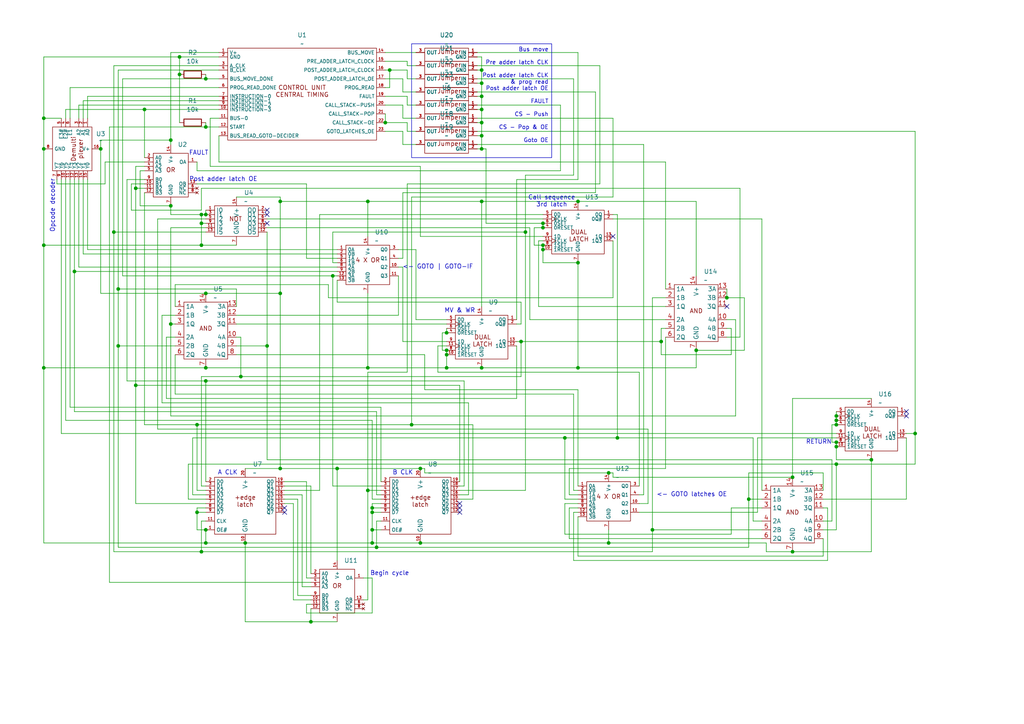
<source format=kicad_sch>
(kicad_sch (version 20231120) (generator "eeschema") (generator_version "8.0")
  (paper "A4")
  (title_block (title "Control unit central timing"))
  (lib_symbols
    (symbol "Device:R" (pin_numbers hide) (pin_names (offset 0))
      (property "Reference" "R" (at 2.032 0 90))
      (property "Value" "R" (at 0 0 90))
      (symbol "R_0_1"
        (rectangle (start -1.016 -2.54) (end 1.016 2.54) (stroke (width 0.254)))
      )
      (symbol "R_1_1"
        (pin passive line (at 0 3.81 270) (length 1.27) (name "~") (number "1"))
        (pin passive line (at 0 -3.81 90) (length 1.27) (name "~") (number "2"))
      )
    )
    (symbol "custom_symbol_lib:3_to_8_demultiplexer"
      (property "Reference" "U" (at 1.27 -1.016 0))
      (symbol "3_to_8_demultiplexer_1_1"
        (rectangle (start -6.35 6.35) (end 6.35 -5.08))
        (text "Demulti\nplexer" (at 0 2.032 0) (effects (font (size 1.27 1.27))))
        (pin input line (at -8.89 5.08 0) (length 2.54) (name "A0") (number "1"))
        (pin output line (at 8.89 -1.27 180) (length 2.54) (name "Y5") (number "10"))
        (pin output line (at 8.89 0 180) (length 2.54) (name "Y4") (number "11"))
        (pin output line (at 8.89 1.27 180) (length 2.54) (name "Y3") (number "12"))
        (pin output line (at 8.89 2.54 180) (length 2.54) (name "Y2") (number "13"))
        (pin output line (at 8.89 3.81 180) (length 2.54) (name "Y1") (number "14"))
        (pin output line (at 8.89 5.08 180) (length 2.54) (name "Y0") (number "15"))
        (pin power_in line (at 0 8.89 270) (length 2.54) (name "V+") (number "16"))
        (pin input line (at -8.89 3.81 0) (length 2.54) (name "A1") (number "2"))
        (pin input line (at -8.89 2.54 0) (length 2.54) (name "A2") (number "3"))
        (pin input line (at -8.89 -1.27 0) (length 2.54) (name "E2#") (number "4"))
        (pin input line (at -8.89 -2.54 0) (length 2.54) (name "E3#") (number "5"))
        (pin input line (at -8.89 0 0) (length 2.54) (name "E1") (number "6"))
        (pin output line (at 8.89 -3.81 180) (length 2.54) (name "Y7") (number "7"))
        (pin power_in line (at 0 -7.62 90) (length 2.54) (name "GND") (number "8"))
        (pin output line (at 8.89 -2.54 180) (length 2.54) (name "Y6") (number "9"))
      )
    )
    (symbol "custom_symbol_lib:6xNOT"
      (property "Reference" "U" (at -2.032 -1.016 0))
      (symbol "6xNOT_0_1"
        (rectangle (start -6.35 5.08) (end 6.35 -3.81))
      )
      (symbol "6xNOT_1_1"
        (text "NOT" (at -0.254 1.27 0) (effects (font (size 1.27 1.27))))
        (pin input line (at -8.89 3.81 0) (length 2.54) (name "I0") (number "1"))
        (pin output line (at 8.89 -1.27 180) (length 2.54) (name "O4") (number "10"))
        (pin input line (at -8.89 -1.27 0) (length 2.54) (name "I4") (number "11"))
        (pin output line (at 8.89 -2.54 180) (length 2.54) (name "O5") (number "12"))
        (pin input line (at -8.89 -2.54 0) (length 2.54) (name "I5") (number "13"))
        (pin power_in line (at 0 7.62 270) (length 2.54) (name "V+") (number "14"))
        (pin output line (at 8.89 3.81 180) (length 2.54) (name "O0") (number "2"))
        (pin input line (at -8.89 2.54 0) (length 2.54) (name "I1") (number "3"))
        (pin output line (at 8.89 2.54 180) (length 2.54) (name "O1") (number "4"))
        (pin input line (at -8.89 1.27 0) (length 2.54) (name "I2") (number "5"))
        (pin output line (at 8.89 1.27 180) (length 2.54) (name "O2") (number "6"))
        (pin power_in line (at 0 -6.35 90) (length 2.54) (name "GND") (number "7"))
        (pin output line (at 8.89 0 180) (length 2.54) (name "03") (number "8"))
        (pin input line (at -8.89 0 0) (length 2.54) (name "I3") (number "9"))
      )
    )
    (symbol "custom_symbol_lib:control_unit_central_timing_interface"
      (property "Reference" "U" (at 0 16.51 0))
      (symbol "control_unit_central_timing_interface_0_1"
        (rectangle (start -21.59 34.29) (end 21.59 7.62))
      )
      (symbol "control_unit_central_timing_interface_1_1"
        (text "CONTROL UNIT\nCENTRAL TIMING" (at 0 21.844 0) (effects (font (size 1.27 1.27))))
        (pin bidirectional line (at -24.13 33.02 0) (length 2.54) (name "V+") (number "1"))
        (pin bidirectional line (at -24.13 16.51 0) (length 2.54) (name "INSTRUCTION-3") (number "10"))
        (pin bidirectional line (at -24.13 13.97 0) (length 2.54) (name "BUS-0") (number "11"))
        (pin bidirectional line (at -24.13 11.43 0) (length 2.54) (name "START") (number "12"))
        (pin bidirectional line (at -24.13 8.89 0) (length 2.54) (name "BUS_READ_GOTO-DECIDER") (number "13"))
        (pin bidirectional line (at 24.13 33.02 180) (length 2.54) (name "BUS_MOVE") (number "14"))
        (pin bidirectional line (at 24.13 30.48 180) (length 2.54) (name "PRE_ADDER_LATCH_CLOCK") (number "15"))
        (pin bidirectional line (at 24.13 27.94 180) (length 2.54) (name "POST_ADDER_LATCH_CLOCK") (number "16"))
        (pin bidirectional line (at 24.13 25.4 180) (length 2.54) (name "POST_ADDER_LATCH_OE") (number "17"))
        (pin bidirectional line (at 24.13 22.86 180) (length 2.54) (name "PROG_READ") (number "18"))
        (pin bidirectional line (at 24.13 20.32 180) (length 2.54) (name "FAULT") (number "19"))
        (pin bidirectional line (at -24.13 31.75 0) (length 2.54) (name "GND") (number "2"))
        (pin bidirectional line (at 24.13 17.78 180) (length 2.54) (name "CALL_STACK-PUSH") (number "20"))
        (pin bidirectional line (at 24.13 15.24 180) (length 2.54) (name "CALL_STACK-POP") (number "21"))
        (pin bidirectional line (at 24.13 12.7 180) (length 2.54) (name "CALL_STACK-OE") (number "22"))
        (pin bidirectional line (at 24.13 10.16 180) (length 2.54) (name "GOTO_LATCHES_OE") (number "23"))
        (pin bidirectional line (at -24.13 29.21 0) (length 2.54) (name "A_CLK") (number "3"))
        (pin bidirectional line (at -24.13 27.94 0) (length 2.54) (name "B_CLK") (number "4"))
        (pin bidirectional line (at -24.13 25.4 0) (length 2.54) (name "BUS_MOVE_DONE") (number "5"))
        (pin bidirectional line (at -24.13 22.86 0) (length 2.54) (name "PROG_READ_DONE") (number "6"))
        (pin bidirectional line (at -24.13 20.32 0) (length 2.54) (name "INSTRUCTION-0") (number "7"))
        (pin bidirectional line (at -24.13 19.05 0) (length 2.54) (name "INSTRUCTION-1") (number "8"))
        (pin bidirectional line (at -24.13 17.78 0) (length 2.54) (name "INSTRUCTION-2") (number "9"))
      )
    )
    (symbol "custom_symbol_lib:dual_4_input_OR"
      (property "Reference" "U" (at -0.254 -0.762 0))
      (symbol "dual_4_input_OR_1_1"
        (rectangle (start -5.08 6.35) (end 5.08 -6.35))
        (text "OR" (at 0 1.524 0) (effects (font (size 1.27 1.27))))
        (pin output line (at 7.62 3.81 180) (length 2.54) (name "OA") (number "1"))
        (pin input line (at -7.62 -2.54 0) (length 2.54) (name "B1") (number "10"))
        (pin input line (at -7.62 -3.81 0) (length 2.54) (name "B2") (number "11"))
        (pin input line (at -7.62 -5.08 0) (length 2.54) (name "B3") (number "12"))
        (pin output line (at 7.62 -2.54 180) (length 2.54) (name "OB") (number "13"))
        (pin power_in line (at 0 8.89 270) (length 2.54) (name "V+") (number "14"))
        (pin input line (at -7.62 5.08 0) (length 2.54) (name "A0") (number "2"))
        (pin input line (at -7.62 3.81 0) (length 2.54) (name "A1") (number "3"))
        (pin input line (at -7.62 2.54 0) (length 2.54) (name "A2") (number "4"))
        (pin input line (at -7.62 1.27 0) (length 2.54) (name "A3") (number "5"))
        (pin no_connect line (at 7.62 -3.81 180) (length 2.54) (name "NC") (number "6"))
        (pin power_in line (at 0 -8.89 90) (length 2.54) (name "GND") (number "7"))
        (pin no_connect line (at 7.62 -5.08 180) (length 2.54) (name "NC") (number "8"))
        (pin input line (at -7.62 -1.27 0) (length 2.54) (name "B0") (number "9"))
      )
    )
    (symbol "custom_symbol_lib:dual_latch"
      (property "Reference" "U" (at 4.572 -5.08 0))
      (symbol "dual_latch_0_1"
        (rectangle (start -7.62 6.35) (end 7.62 -6.35))
      )
      (symbol "dual_latch_1_1"
        (text "DUAL\nLATCH" (at 0.254 -1.016 0) (effects (font (size 1.27 1.27))))
        (pin output line (at 10.16 5.08 180) (length 2.54) (name "0Q") (number "1"))
        (pin input line (at -10.16 -5.08 0) (length 2.54) (name "1RESET") (number "10"))
        (pin input clock (at -10.16 -2.54 0) (length 2.54) (name "1CLK") (number "11"))
        (pin output line (at 10.16 -2.54 180) (length 2.54) (name "1Q3") (number "12"))
        (pin output line (at 10.16 -1.27 180) (length 2.54) (name "1Q") (number "13"))
        (pin power_in line (at 0 8.89 270) (length 2.54) (name "V+") (number "14"))
        (pin output line (at 10.16 3.81 180) (length 2.54) (name "0Q#") (number "2"))
        (pin input clock (at -10.16 3.81 0) (length 2.54) (name "0CLK") (number "3"))
        (pin input line (at -10.16 1.27 0) (length 2.54) (name "0RESET") (number "4"))
        (pin input line (at -10.16 5.08 0) (length 2.54) (name "0D") (number "5"))
        (pin input line (at -10.16 2.54 0) (length 2.54) (name "0SET") (number "6"))
        (pin power_in line (at 0 -8.89 90) (length 2.54) (name "GND") (number "7"))
        (pin input line (at -10.16 -3.81 0) (length 2.54) (name "1SET") (number "8"))
        (pin input line (at -10.16 -1.27 0) (length 2.54) (name "1D") (number "9"))
      )
    )
    (symbol "custom_symbol_lib:jumper"
      (property "Reference" "U" (at -1.016 -1.524 0))
      (symbol "jumper_1_1"
        (rectangle (start -6.35 1.27) (end 6.35 -2.54))
        (text "Jumper" (at -0.762 0.254 0) (effects (font (size 1.27 1.27))))
        (pin input line (at -8.89 0 0) (length 2.54) (name "IN") (number "1"))
        (pin power_in line (at -8.89 -1.27 0) (length 2.54) (name "GND") (number "2"))
        (pin output line (at 8.89 0 180) (length 2.54) (name "OUT") (number "3"))
      )
    )
    (symbol "custom_symbol_lib:quad_OR"
      (property "Reference" "U" (at 0 0 0))
      (symbol "quad_OR_0_1"
        (rectangle (start -6.35 6.35) (end 6.35 -5.08))
      )
      (symbol "quad_OR_1_1"
        (text "4 X OR" (at 0 2.032 0) (effects (font (size 1.27 1.27))))
        (pin input line (at -8.89 5.08 0) (length 2.54) (name "0A") (number "1"))
        (pin output line (at 8.89 0 180) (length 2.54) (name "Q2") (number "10"))
        (pin output line (at 8.89 -2.54 180) (length 2.54) (name "Q3") (number "11"))
        (pin input line (at -8.89 -2.54 0) (length 2.54) (name "3A") (number "12"))
        (pin input line (at -8.89 -3.81 0) (length 2.54) (name "3B") (number "13"))
        (pin power_in line (at 0 8.89 270) (length 2.54) (name "V+") (number "14"))
        (pin input line (at -8.89 3.81 0) (length 2.54) (name "0B") (number "2"))
        (pin output line (at 8.89 5.08 180) (length 2.54) (name "Q0") (number "3"))
        (pin output line (at 8.89 2.54 180) (length 2.54) (name "Q1") (number "4"))
        (pin input line (at -8.89 2.54 0) (length 2.54) (name "1A") (number "5"))
        (pin input line (at -8.89 1.27 0) (length 2.54) (name "1B") (number "6"))
        (pin power_in line (at 0 -7.62 90) (length 2.54) (name "GND") (number "7"))
        (pin input line (at -8.89 0 0) (length 2.54) (name "2A") (number "8"))
        (pin input line (at -8.89 -1.27 0) (length 2.54) (name "2B") (number "9"))
      )
    )
    (symbol "custom_symbol_lib:quad_and"
      (property "Reference" "U" (at 0 -1.524 0))
      (symbol "quad_and_0_1"
        (rectangle (start -6.35 8.89) (end 6.35 -7.62))
      )
      (symbol "quad_and_1_1"
        (text "AND" (at 0 1.27 0) (effects (font (size 1.27 1.27))))
        (pin input line (at -8.89 7.62 0) (length 2.54) (name "1A") (number "1"))
        (pin input line (at 8.89 -1.27 180) (length 2.54) (name "4A") (number "10"))
        (pin output line (at 8.89 2.54 180) (length 2.54) (name "3Q") (number "11"))
        (pin input line (at 8.89 5.08 180) (length 2.54) (name "3B") (number "12"))
        (pin input line (at 8.89 7.62 180) (length 2.54) (name "3A") (number "13"))
        (pin power_in line (at 0 11.43 270) (length 2.54) (name "V+") (number "14"))
        (pin input line (at -8.89 5.08 0) (length 2.54) (name "1B") (number "2"))
        (pin output line (at -8.89 2.54 0) (length 2.54) (name "1Q") (number "3"))
        (pin input line (at -8.89 -1.27 0) (length 2.54) (name "2A") (number "4"))
        (pin input line (at -8.89 -3.81 0) (length 2.54) (name "2B") (number "5"))
        (pin output line (at -8.89 -6.35 0) (length 2.54) (name "2Q") (number "6"))
        (pin power_in line (at 0 -10.16 90) (length 2.54) (name "GND") (number "7"))
        (pin output line (at 8.89 -6.35 180) (length 2.54) (name "4Q") (number "8"))
        (pin input line (at 8.89 -3.81 180) (length 2.54) (name "4B") (number "9"))
      )
    )
    (symbol "custom_symbol_lib:rising_edge_8_bit_latch"
      (property "Reference" "U" (at 0 -1.016 0))
      (symbol "rising_edge_8_bit_latch_0_1"
        (rectangle (start -8.89 8.89) (end 8.89 -7.62))
      )
      (symbol "rising_edge_8_bit_latch_1_1"
        (text "+edge\nlatch" (at 0 2.032 0) (effects (font (size 1.27 1.27))))
        (pin input line (at -11.43 -6.35 0) (length 2.54) (name "OE#") (number "1"))
        (pin power_in line (at 0 -10.16 90) (length 2.54) (name "GND") (number "10"))
        (pin input line (at -11.43 -3.81 0) (length 2.54) (name "CLK") (number "11"))
        (pin output line (at 11.43 -1.27 180) (length 2.54) (name "Q7") (number "12"))
        (pin output line (at 11.43 0 180) (length 2.54) (name "Q6") (number "13"))
        (pin output line (at 11.43 1.27 180) (length 2.54) (name "Q5") (number "14"))
        (pin output line (at 11.43 2.54 180) (length 2.54) (name "Q4") (number "15"))
        (pin output line (at 11.43 3.81 180) (length 2.54) (name "Q3") (number "16"))
        (pin output line (at 11.43 5.08 180) (length 2.54) (name "Q2") (number "17"))
        (pin output line (at 11.43 6.35 180) (length 2.54) (name "Q1") (number "18"))
        (pin output line (at 11.43 7.62 180) (length 2.54) (name "Q0") (number "19"))
        (pin input line (at -11.43 7.62 0) (length 2.54) (name "D0") (number "2"))
        (pin power_in line (at 0 11.43 270) (length 2.54) (name "V+") (number "20"))
        (pin input line (at -11.43 6.35 0) (length 2.54) (name "D1") (number "3"))
        (pin input line (at -11.43 5.08 0) (length 2.54) (name "D2") (number "4"))
        (pin input line (at -11.43 3.81 0) (length 2.54) (name "D3") (number "5"))
        (pin input line (at -11.43 2.54 0) (length 2.54) (name "D4") (number "6"))
        (pin input line (at -11.43 1.27 0) (length 2.54) (name "D5") (number "7"))
        (pin input line (at -11.43 0 0) (length 2.54) (name "D6") (number "8"))
        (pin input line (at -11.43 -1.27 0) (length 2.54) (name "D7") (number "9"))
      )
    )
  )
  (junction (at 96.52 80.01))
  (junction (at 151.13 99.06))
  (junction (at 157.48 71.12))
  (junction (at 242.57 129.54))
  (junction (at 58.42 64.77))
  (junction (at 12.7 34.29))
  (junction (at 57.15 123.19))
  (junction (at 129.54 96.52))
  (junction (at 242.57 123.19))
  (junction (at 90.17 180.34))
  (junction (at 242.57 120.65))
  (junction (at 58.42 160.02))
  (junction (at 179.07 127))
  (junction (at 59.69 85.09))
  (junction (at 34.29 83.82))
  (junction (at 167.64 58.42))
  (junction (at 107.95 153.67))
  (junction (at 107.95 157.48))
  (junction (at 41.91 31.75))
  (junction (at 119.38 123.19))
  (junction (at 77.47 100.33))
  (junction (at 242.57 134.62))
  (junction (at 107.95 147.32))
  (junction (at 167.64 106.68))
  (junction (at 139.7 27.94))
  (junction (at 59.69 110.49))
  (junction (at 71.12 157.48))
  (junction (at 58.42 71.12))
  (junction (at 229.87 138.43))
  (junction (at 57.15 148.59))
  (junction (at 113.03 20.32))
  (junction (at 157.48 64.77))
  (junction (at 59.69 157.48))
  (junction (at 12.7 71.12))
  (junction (at 139.7 31.75))
  (junction (at 139.7 20.32))
  (junction (at 59.69 36.83))
  (junction (at 242.57 121.92))
  (junction (at 49.53 40.64))
  (junction (at 139.7 58.42))
  (junction (at 167.64 76.2))
  (junction (at 176.53 157.48))
  (junction (at 39.37 111.76))
  (junction (at 33.02 67.31))
  (junction (at 139.7 106.68))
  (junction (at 106.68 142.24))
  (junction (at 81.28 135.89))
  (junction (at 109.22 158.75))
  (junction (at 129.54 101.6))
  (junction (at 21.59 78.74))
  (junction (at 157.48 66.04))
  (junction (at 191.77 99.06))
  (junction (at 107.95 148.59))
  (junction (at 58.42 62.23))
  (junction (at 81.28 85.09))
  (junction (at 12.7 106.68))
  (junction (at 59.69 62.23))
  (junction (at 111.76 35.56))
  (junction (at 59.69 106.68))
  (junction (at 189.23 153.67))
  (junction (at 97.79 135.89))
  (junction (at 129.54 106.68))
  (junction (at 139.7 39.37))
  (junction (at 106.68 58.42))
  (junction (at 59.69 22.86))
  (junction (at 163.83 127))
  (junction (at 229.87 160.02))
  (junction (at 210.82 86.36))
  (junction (at 81.28 58.42))
  (junction (at 176.53 137.16))
  (junction (at 106.68 106.68))
  (junction (at 69.85 109.22))
  (junction (at 139.7 24.13))
  (junction (at 121.92 157.48))
  (junction (at 52.07 16.51))
  (junction (at 217.17 144.78))
  (junction (at 39.37 54.61))
  (junction (at 265.43 125.73))
  (junction (at 121.92 135.89))
  (junction (at 157.48 72.39))
  (junction (at 152.4 67.31))
  (junction (at 34.29 100.33))
  (junction (at 59.69 153.67))
  (junction (at 242.57 128.27))
  (junction (at 49.53 93.98))
  (junction (at 129.54 102.87))
  (junction (at 49.53 59.69))
  (junction (at 201.93 101.6))
  (junction (at 139.7 43.18))
  (junction (at 52.07 21.59))
  (junction (at 29.21 43.18))
  (junction (at 139.7 35.56))
  (junction (at 252.73 133.35))
  (junction (at 12.7 43.18))
  (no_connect (at 77.47 60.96))
  (no_connect (at 262.89 119.38))
  (no_connect (at 133.35 147.32))
  (no_connect (at 77.47 64.77))
  (no_connect (at 133.35 148.59))
  (no_connect (at 262.89 120.65))
  (no_connect (at 177.8 68.58))
  (no_connect (at 210.82 88.9))
  (no_connect (at 82.55 147.32))
  (no_connect (at 82.55 148.59))
  (no_connect (at 133.35 146.05))
  (no_connect (at 77.47 62.23))
  (wire (pts (xy 21.59 78.74) (xy 21.59 119.38)))
  (wire (pts (xy 82.55 146.05) (xy 85.09 146.05)))
  (wire (pts (xy 229.87 138.43) (xy 177.8 138.43)))
  (wire (pts (xy 36.83 110.49) (xy 36.83 52.07)))
  (wire (pts (xy 107.95 148.59) (xy 110.49 148.59)))
  (wire (pts (xy 96.52 140.97) (xy 110.49 140.97)))
  (wire (pts (xy 139.7 31.75) (xy 138.43 31.75)))
  (wire (pts (xy 49.53 41.91) (xy 49.53 40.64)))
  (wire (pts (xy 82.55 143.51) (xy 87.63 143.51)))
  (wire (pts (xy 40.64 49.53) (xy 40.64 59.69)))
  (wire (pts (xy 107.95 144.78) (xy 107.95 121.92)))
  (wire (pts (xy 38.1 60.96) (xy 58.42 60.96)))
  (wire (pts (xy 157.48 66.04) (xy 154.94 66.04)))
  (wire (pts (xy 59.69 22.86) (xy 35.56 22.86)))
  (wire (pts (xy 25.4 52.07) (xy 25.4 72.39)))
  (wire (pts (xy 90.17 167.64) (xy 88.9 167.64)))
  (wire (pts (xy 222.25 160.02) (xy 229.87 160.02)))
  (wire (pts (xy 50.8 114.3) (xy 166.37 114.3)))
  (wire (pts (xy 179.07 62.23) (xy 179.07 127)))
  (wire (pts (xy 57.15 123.19) (xy 41.91 123.19)))
  (wire (pts (xy 58.42 62.23) (xy 58.42 64.77)))
  (wire (pts (xy 241.3 133.35) (xy 77.47 133.35)))
  (wire (pts (xy 135.89 116.84) (xy 46.99 116.84)))
  (wire (pts (xy 139.7 27.94) (xy 139.7 31.75)))
  (wire (pts (xy 241.3 123.19) (xy 241.3 128.27)))
  (wire (pts (xy 59.69 35.56) (xy 59.69 36.83)))
  (wire (pts (xy 212.09 147.32) (xy 212.09 154.94)))
  (wire (pts (xy 109.22 158.75) (xy 217.17 158.75)))
  (wire (pts (xy 68.58 97.79) (xy 69.85 97.79)))
  (wire (pts (xy 242.57 120.65) (xy 242.57 121.92)))
  (wire (pts (xy 242.57 153.67) (xy 242.57 134.62)))
  (wire (pts (xy 63.5 36.83) (xy 59.69 36.83)))
  (wire (pts (xy 123.19 102.87) (xy 123.19 113.03)))
  (wire (pts (xy 220.98 156.21) (xy 165.1 156.21)))
  (wire (pts (xy 88.9 177.8) (xy 88.9 175.26)))
  (wire (pts (xy 52.07 16.51) (xy 52.07 21.59)))
  (wire (pts (xy 41.91 123.19) (xy 41.91 55.88)))
  (wire (pts (xy 138.43 34.29) (xy 177.8 34.29)))
  (wire (pts (xy 59.69 157.48) (xy 59.69 153.67)))
  (wire (pts (xy 212.09 102.87) (xy 191.77 102.87)))
  (wire (pts (xy 59.69 106.68) (xy 106.68 106.68)))
  (wire (pts (xy 176.53 137.16) (xy 123.19 137.16)))
  (wire (pts (xy 177.8 57.15) (xy 177.8 34.29)))
  (wire (pts (xy 54.61 134.62) (xy 54.61 144.78)))
  (wire (pts (xy 33.02 19.05) (xy 33.02 67.31)))
  (wire (pts (xy 38.1 53.34) (xy 41.91 53.34)))
  (wire (pts (xy 87.63 143.51) (xy 87.63 170.18)))
  (wire (pts (xy 106.68 173.99) (xy 106.68 142.24)))
  (wire (pts (xy 77.47 133.35) (xy 77.47 100.33)))
  (wire (pts (xy 77.47 67.31) (xy 77.47 100.33)))
  (wire (pts (xy 77.47 66.04) (xy 153.67 66.04)))
  (wire (pts (xy 210.82 95.25) (xy 212.09 95.25)))
  (wire (pts (xy 57.15 142.24) (xy 57.15 123.19)))
  (wire (pts (xy 58.42 60.96) (xy 58.42 54.61)))
  (wire (pts (xy 242.57 125.73) (xy 17.78 125.73)))
  (wire (pts (xy 71.12 180.34) (xy 71.12 157.48)))
  (wire (pts (xy 97.79 76.2) (xy 96.52 76.2)))
  (wire (pts (xy 127 107.95) (xy 185.42 107.95)))
  (wire (pts (xy 77.47 100.33) (xy 68.58 100.33)))
  (wire (pts (xy 58.42 151.13) (xy 58.42 160.02)))
  (wire (pts (xy 222.25 157.48) (xy 222.25 160.02)))
  (wire (pts (xy 59.69 21.59) (xy 59.69 22.86)))
  (wire (pts (xy 58.42 62.23) (xy 49.53 62.23)))
  (wire (pts (xy 139.7 39.37) (xy 139.7 43.18)))
  (wire (pts (xy 265.43 125.73) (xy 265.43 134.62)))
  (wire (pts (xy 154.94 71.12) (xy 157.48 71.12)))
  (wire (pts (xy 41.91 31.75) (xy 41.91 45.72)))
  (wire (pts (xy 167.64 161.29) (xy 167.64 149.86)))
  (wire (pts (xy 118.11 20.32) (xy 113.03 20.32)))
  (wire (pts (xy 109.22 143.51) (xy 110.49 143.51)))
  (wire (pts (xy 138.43 16.51) (xy 139.7 16.51)))
  (wire (pts (xy 167.64 113.03) (xy 167.64 140.97)))
  (wire (pts (xy 152.4 142.24) (xy 133.35 142.24)))
  (wire (pts (xy 59.69 36.83) (xy 31.75 36.83)))
  (wire (pts (xy 57.15 49.53) (xy 162.56 49.53)))
  (wire (pts (xy 242.57 119.38) (xy 242.57 120.65)))
  (wire (pts (xy 242.57 134.62) (xy 54.61 134.62)))
  (wire (pts (xy 81.28 58.42) (xy 81.28 85.09)))
  (wire (pts (xy 193.04 135.89) (xy 165.1 135.89)))
  (wire (pts (xy 118.11 19.05) (xy 120.65 19.05)))
  (wire (pts (xy 242.57 128.27) (xy 242.57 129.54)))
  (wire (pts (xy 107.95 148.59) (xy 107.95 147.32)))
  (wire (pts (xy 128.27 96.52) (xy 128.27 101.6)))
  (wire (pts (xy 138.43 22.86) (xy 166.37 22.86)))
  (wire (pts (xy 119.38 57.15) (xy 119.38 123.19)))
  (wire (pts (xy 265.43 38.1) (xy 265.43 125.73)))
  (wire (pts (xy 167.64 52.07) (xy 167.64 15.24)))
  (wire (pts (xy 133.35 140.97) (xy 134.62 140.97)))
  (wire (pts (xy 220.98 63.5) (xy 177.8 63.5)))
  (wire (pts (xy 45.72 63.5) (xy 45.72 124.46)))
  (wire (pts (xy 149.86 115.57) (xy 149.86 100.33)))
  (wire (pts (xy 133.35 111.76) (xy 39.37 111.76)))
  (wire (pts (xy 139.7 106.68) (xy 167.64 106.68)))
  (wire (pts (xy 265.43 125.73) (xy 262.89 125.73)))
  (wire (pts (xy 201.93 58.42) (xy 201.93 80.01)))
  (wire (pts (xy 138.43 41.91) (xy 186.69 41.91)))
  (wire (pts (xy 90.17 180.34) (xy 97.79 180.34)))
  (wire (pts (xy 57.15 53.34) (xy 88.9 53.34)))
  (wire (pts (xy 193.04 88.9) (xy 156.21 88.9)))
  (wire (pts (xy 118.11 30.48) (xy 118.11 27.94)))
  (wire (pts (xy 81.28 85.09) (xy 59.69 85.09)))
  (wire (pts (xy 129.54 101.6) (xy 129.54 102.87)))
  (wire (pts (xy 106.68 58.42) (xy 81.28 58.42)))
  (wire (pts (xy 116.84 99.06) (xy 129.54 99.06)))
  (wire (pts (xy 151.13 99.06) (xy 191.77 99.06)))
  (wire (pts (xy 110.49 144.78) (xy 107.95 144.78)))
  (wire (pts (xy 48.26 97.79) (xy 48.26 115.57)))
  (wire (pts (xy 63.5 46.99) (xy 193.04 46.99)))
  (wire (pts (xy 12.7 71.12) (xy 12.7 43.18)))
  (wire (pts (xy 163.83 146.05) (xy 167.64 146.05)))
  (wire (pts (xy 49.53 93.98) (xy 49.53 120.65)))
  (wire (pts (xy 39.37 146.05) (xy 59.69 146.05)))
  (wire (pts (xy 151.13 87.63) (xy 97.79 87.63)))
  (wire (pts (xy 58.42 64.77) (xy 58.42 71.12)))
  (wire (pts (xy 49.53 120.65) (xy 213.36 120.65)))
  (wire (pts (xy 229.87 115.57) (xy 252.73 115.57)))
  (wire (pts (xy 139.7 24.13) (xy 139.7 27.94)))
  (wire (pts (xy 77.47 63.5) (xy 157.48 63.5)))
  (wire (pts (xy 12.7 34.29) (xy 12.7 43.18)))
  (wire (pts (xy 157.48 76.2) (xy 167.64 76.2)))
  (wire (pts (xy 167.64 58.42) (xy 201.93 58.42)))
  (wire (pts (xy 153.67 66.04) (xy 153.67 92.71)))
  (wire (pts (xy 212.09 154.94) (xy 163.83 154.94)))
  (wire (pts (xy 97.79 87.63) (xy 97.79 81.28)))
  (wire (pts (xy 45.72 124.46) (xy 187.96 124.46)))
  (wire (pts (xy 20.32 118.11) (xy 110.49 118.11)))
  (wire (pts (xy 54.61 144.78) (xy 59.69 144.78)))
  (wire (pts (xy 46.99 116.84) (xy 46.99 91.44)))
  (wire (pts (xy 34.29 83.82) (xy 34.29 100.33)))
  (wire (pts (xy 105.41 173.99) (xy 106.68 173.99)))
  (wire (pts (xy 210.82 83.82) (xy 210.82 86.36)))
  (wire (pts (xy 57.15 147.32) (xy 59.69 147.32)))
  (wire (pts (xy 90.17 180.34) (xy 71.12 180.34)))
  (wire (pts (xy 30.48 46.99) (xy 41.91 46.99)))
  (wire (pts (xy 238.76 144.78) (xy 262.89 144.78)))
  (wire (pts (xy 193.04 46.99) (xy 193.04 83.82)))
  (wire (pts (xy 116.84 34.29) (xy 120.65 34.29)))
  (wire (pts (xy 133.35 143.51) (xy 135.89 143.51)))
  (wire (pts (xy 50.8 82.55) (xy 95.25 82.55)))
  (wire (pts (xy 262.89 144.78) (xy 262.89 127)))
  (wire (pts (xy 34.29 100.33) (xy 34.29 158.75)))
  (wire (pts (xy 139.7 39.37) (xy 138.43 39.37)))
  (wire (pts (xy 118.11 53.34) (xy 173.99 53.34)))
  (wire (pts (xy 139.7 43.18) (xy 138.43 43.18)))
  (wire (pts (xy 153.67 92.71) (xy 193.04 92.71)))
  (wire (pts (xy 127 100.33) (xy 127 107.95)))
  (wire (pts (xy 252.73 160.02) (xy 229.87 160.02)))
  (wire (pts (xy 189.23 160.02) (xy 189.23 153.67)))
  (wire (pts (xy 214.63 97.79) (xy 210.82 97.79)))
  (wire (pts (xy 59.69 63.5) (xy 45.72 63.5)))
  (wire (pts (xy 68.58 88.9) (xy 68.58 83.82)))
  (wire (pts (xy 96.52 80.01) (xy 96.52 140.97)))
  (wire (pts (xy 140.97 64.77) (xy 140.97 43.18)))
  (wire (pts (xy 165.1 156.21) (xy 165.1 147.32)))
  (wire (pts (xy 34.29 83.82) (xy 68.58 83.82)))
  (wire (pts (xy 111.76 15.24) (xy 120.65 15.24)))
  (wire (pts (xy 118.11 35.56) (xy 111.76 35.56)))
  (wire (pts (xy 129.54 106.68) (xy 139.7 106.68)))
  (wire (pts (xy 97.79 73.66) (xy 24.13 73.66)))
  (wire (pts (xy 191.77 95.25) (xy 193.04 95.25)))
  (wire (pts (xy 191.77 99.06) (xy 191.77 95.25)))
  (wire (pts (xy 129.54 92.71) (xy 120.65 92.71)))
  (wire (pts (xy 128.27 101.6) (xy 129.54 101.6)))
  (wire (pts (xy 59.69 110.49) (xy 36.83 110.49)))
  (wire (pts (xy 21.59 52.07) (xy 21.59 78.74)))
  (wire (pts (xy 151.13 109.22) (xy 151.13 99.06)))
  (wire (pts (xy 151.13 93.98) (xy 151.13 87.63)))
  (wire (pts (xy 210.82 86.36) (xy 215.9 86.36)))
  (wire (pts (xy 29.21 40.64) (xy 29.21 43.18)))
  (wire (pts (xy 57.15 148.59) (xy 59.69 148.59)))
  (wire (pts (xy 129.54 102.87) (xy 129.54 106.68)))
  (wire (pts (xy 81.28 58.42) (xy 81.28 57.15)))
  (wire (pts (xy 105.41 167.64) (xy 107.95 167.64)))
  (wire (pts (xy 163.83 127) (xy 163.83 144.78)))
  (wire (pts (xy 24.13 29.21) (xy 63.5 29.21)))
  (wire (pts (xy 220.98 147.32) (xy 212.09 147.32)))
  (wire (pts (xy 111.76 33.02) (xy 111.76 35.56)))
  (wire (pts (xy 165.1 135.89) (xy 165.1 143.51)))
  (wire (pts (xy 71.12 135.89) (xy 81.28 135.89)))
  (wire (pts (xy 96.52 80.01) (xy 97.79 80.01)))
  (wire (pts (xy 50.8 93.98) (xy 49.53 93.98)))
  (wire (pts (xy 111.76 17.78) (xy 118.11 17.78)))
  (wire (pts (xy 133.35 139.7) (xy 133.35 111.76)))
  (wire (pts (xy 69.85 109.22) (xy 58.42 109.22)))
  (wire (pts (xy 35.56 80.01) (xy 96.52 80.01)))
  (wire (pts (xy 185.42 107.95) (xy 185.42 140.97)))
  (wire (pts (xy 107.95 153.67) (xy 110.49 153.67)))
  (wire (pts (xy 134.62 140.97) (xy 134.62 110.49)))
  (wire (pts (xy 63.5 20.32) (xy 34.29 20.32)))
  (wire (pts (xy 137.16 123.19) (xy 119.38 123.19)))
  (wire (pts (xy 39.37 48.26) (xy 41.91 48.26)))
  (wire (pts (xy 63.5 22.86) (xy 59.69 22.86)))
  (wire (pts (xy 139.7 20.32) (xy 138.43 20.32)))
  (wire (pts (xy 152.4 67.31) (xy 152.4 142.24)))
  (wire (pts (xy 265.43 134.62) (xy 242.57 134.62)))
  (wire (pts (xy 22.86 30.48) (xy 63.5 30.48)))
  (wire (pts (xy 116.84 41.91) (xy 116.84 38.1)))
  (wire (pts (xy 166.37 142.24) (xy 167.64 142.24)))
  (wire (pts (xy 85.09 173.99) (xy 90.17 173.99)))
  (wire (pts (xy 177.8 62.23) (xy 179.07 62.23)))
  (wire (pts (xy 166.37 114.3) (xy 166.37 142.24)))
  (wire (pts (xy 167.64 76.2) (xy 167.64 106.68)))
  (wire (pts (xy 110.49 118.11) (xy 110.49 139.7)))
  (wire (pts (xy 118.11 22.86) (xy 118.11 20.32)))
  (wire (pts (xy 88.9 175.26) (xy 90.17 175.26)))
  (wire (pts (xy 60.96 34.29) (xy 60.96 48.26)))
  (wire (pts (xy 22.86 34.29) (xy 22.86 30.48)))
  (wire (pts (xy 119.38 123.19) (xy 57.15 123.19)))
  (wire (pts (xy 118.11 38.1) (xy 118.11 35.56)))
  (wire (pts (xy 129.54 95.25) (xy 129.54 96.52)))
  (wire (pts (xy 109.22 151.13) (xy 110.49 151.13)))
  (wire (pts (xy 34.29 20.32) (xy 34.29 83.82)))
  (wire (pts (xy 217.17 137.16) (xy 217.17 144.78)))
  (wire (pts (xy 149.86 52.07) (xy 149.86 92.71)))
  (wire (pts (xy 107.95 147.32) (xy 107.95 146.05)))
  (wire (pts (xy 106.68 106.68) (xy 129.54 106.68)))
  (wire (pts (xy 172.72 55.88) (xy 172.72 26.67)))
  (wire (pts (xy 120.65 30.48) (xy 118.11 30.48)))
  (wire (pts (xy 213.36 120.65) (xy 213.36 92.71)))
  (wire (pts (xy 107.95 157.48) (xy 107.95 153.67)))
  (wire (pts (xy 88.9 139.7) (xy 82.55 139.7)))
  (wire (pts (xy 49.53 93.98) (xy 49.53 66.04)))
  (wire (pts (xy 25.4 34.29) (xy 25.4 27.94)))
  (wire (pts (xy 50.8 97.79) (xy 48.26 97.79)))
  (wire (pts (xy 116.84 55.88) (xy 172.72 55.88)))
  (wire (pts (xy 240.03 162.56) (xy 240.03 147.32)))
  (wire (pts (xy 50.8 88.9) (xy 50.8 82.55)))
  (wire (pts (xy 106.68 142.24) (xy 110.49 142.24)))
  (wire (pts (xy 238.76 142.24) (xy 238.76 137.16)))
  (wire (pts (xy 219.71 148.59) (xy 185.42 148.59)))
  (wire (pts (xy 107.95 157.48) (xy 121.92 157.48)))
  (wire (pts (xy 201.93 106.68) (xy 201.93 101.6)))
  (wire (pts (xy 120.65 22.86) (xy 118.11 22.86)))
  (wire (pts (xy 118.11 27.94) (xy 111.76 27.94)))
  (wire (pts (xy 140.97 43.18) (xy 139.7 43.18)))
  (wire (pts (xy 179.07 127) (xy 163.83 127)))
  (wire (pts (xy 57.15 153.67) (xy 57.15 148.59)))
  (wire (pts (xy 151.13 99.06) (xy 149.86 99.06)))
  (wire (pts (xy 163.83 144.78) (xy 167.64 144.78)))
  (wire (pts (xy 59.69 60.96) (xy 59.69 62.23)))
  (wire (pts (xy 60.96 34.29) (xy 63.5 34.29)))
  (wire (pts (xy 242.57 129.54) (xy 242.57 133.35)))
  (wire (pts (xy 106.68 58.42) (xy 106.68 68.58)))
  (wire (pts (xy 41.91 49.53) (xy 40.64 49.53)))
  (wire (pts (xy 97.79 135.89) (xy 97.79 162.56)))
  (wire (pts (xy 49.53 15.24) (xy 49.53 40.64)))
  (wire (pts (xy 163.83 127) (xy 55.88 127)))
  (wire (pts (xy 58.42 151.13) (xy 59.69 151.13)))
  (wire (pts (xy 20.32 25.4) (xy 20.32 34.29)))
  (wire (pts (xy 19.05 121.92) (xy 19.05 52.07)))
  (wire (pts (xy 118.11 53.34) (xy 118.11 107.95)))
  (wire (pts (xy 59.69 110.49) (xy 59.69 139.7)))
  (wire (pts (xy 121.92 157.48) (xy 176.53 157.48)))
  (wire (pts (xy 82.55 142.24) (xy 92.71 142.24)))
  (wire (pts (xy 242.57 127) (xy 219.71 127)))
  (wire (pts (xy 41.91 31.75) (xy 63.5 31.75)))
  (wire (pts (xy 25.4 27.94) (xy 63.5 27.94)))
  (wire (pts (xy 116.84 77.47) (xy 116.84 99.06)))
  (wire (pts (xy 229.87 138.43) (xy 229.87 115.57)))
  (wire (pts (xy 238.76 156.21) (xy 238.76 161.29)))
  (wire (pts (xy 113.03 25.4) (xy 113.03 20.32)))
  (wire (pts (xy 165.1 147.32) (xy 167.64 147.32)))
  (wire (pts (xy 149.86 93.98) (xy 151.13 93.98)))
  (wire (pts (xy 152.4 50.8) (xy 152.4 67.31)))
  (wire (pts (xy 55.88 127) (xy 55.88 143.51)))
  (wire (pts (xy 139.7 27.94) (xy 138.43 27.94)))
  (wire (pts (xy 238.76 161.29) (xy 167.64 161.29)))
  (wire (pts (xy 252.73 133.35) (xy 252.73 160.02)))
  (wire (pts (xy 173.99 53.34) (xy 173.99 19.05)))
  (wire (pts (xy 129.54 96.52) (xy 128.27 96.52)))
  (wire (pts (xy 157.48 62.23) (xy 92.71 62.23)))
  (wire (pts (xy 59.69 142.24) (xy 57.15 142.24)))
  (wire (pts (xy 220.98 142.24) (xy 220.98 63.5)))
  (wire (pts (xy 138.43 26.67) (xy 172.72 26.67)))
  (wire (pts (xy 240.03 147.32) (xy 238.76 147.32)))
  (wire (pts (xy 57.15 148.59) (xy 57.15 147.32)))
  (wire (pts (xy 129.54 93.98) (xy 68.58 93.98)))
  (wire (pts (xy 123.19 135.89) (xy 121.92 135.89)))
  (wire (pts (xy 218.44 127) (xy 179.07 127)))
  (wire (pts (xy 157.48 64.77) (xy 140.97 64.77)))
  (wire (pts (xy 123.19 137.16) (xy 123.19 135.89)))
  (wire (pts (xy 121.92 68.58) (xy 121.92 48.26)))
  (wire (pts (xy 123.19 113.03) (xy 167.64 113.03)))
  (wire (pts (xy 217.17 144.78) (xy 220.98 144.78)))
  (wire (pts (xy 187.96 146.05) (xy 185.42 146.05)))
  (wire (pts (xy 189.23 153.67) (xy 220.98 153.67)))
  (wire (pts (xy 220.98 151.13) (xy 218.44 151.13)))
  (wire (pts (xy 157.48 64.77) (xy 157.48 66.04)))
  (wire (pts (xy 111.76 22.86) (xy 116.84 22.86)))
  (wire (pts (xy 138.43 15.24) (xy 167.64 15.24)))
  (wire (pts (xy 21.59 119.38) (xy 109.22 119.38)))
  (wire (pts (xy 107.95 177.8) (xy 88.9 177.8)))
  (wire (pts (xy 29.21 40.64) (xy 49.53 40.64)))
  (wire (pts (xy 120.65 38.1) (xy 118.11 38.1)))
  (wire (pts (xy 48.26 115.57) (xy 149.86 115.57)))
  (wire (pts (xy 107.95 167.64) (xy 107.95 177.8)))
  (wire (pts (xy 120.65 41.91) (xy 116.84 41.91)))
  (wire (pts (xy 12.7 34.29) (xy 17.78 34.29)))
  (wire (pts (xy 139.7 16.51) (xy 139.7 20.32)))
  (wire (pts (xy 49.53 59.69) (xy 49.53 62.23)))
  (wire (pts (xy 129.54 100.33) (xy 127 100.33)))
  (wire (pts (xy 116.84 26.67) (xy 120.65 26.67)))
  (wire (pts (xy 135.89 143.51) (xy 135.89 116.84)))
  (wire (pts (xy 106.68 85.09) (xy 106.68 106.68)))
  (wire (pts (xy 17.78 125.73) (xy 17.78 52.07)))
  (wire (pts (xy 116.84 55.88) (xy 116.84 74.93)))
  (wire (pts (xy 58.42 160.02) (xy 189.23 160.02)))
  (wire (pts (xy 31.75 36.83) (xy 31.75 168.91)))
  (wire (pts (xy 191.77 102.87) (xy 191.77 99.06)))
  (wire (pts (xy 115.57 72.39) (xy 120.65 72.39)))
  (wire (pts (xy 81.28 135.89) (xy 97.79 135.89)))
  (wire (pts (xy 186.69 41.91) (xy 186.69 143.51)))
  (wire (pts (xy 63.5 39.37) (xy 63.5 46.99)))
  (wire (pts (xy 215.9 86.36) (xy 215.9 101.6)))
  (wire (pts (xy 118.11 107.95) (xy 106.68 107.95)))
  (wire (pts (xy 177.8 138.43) (xy 177.8 137.16)))
  (wire (pts (xy 24.13 34.29) (xy 24.13 29.21)))
  (wire (pts (xy 139.7 35.56) (xy 138.43 35.56)))
  (wire (pts (xy 157.48 71.12) (xy 157.48 72.39)))
  (wire (pts (xy 82.55 140.97) (xy 90.17 140.97)))
  (wire (pts (xy 133.35 144.78) (xy 137.16 144.78)))
  (wire (pts (xy 107.95 153.67) (xy 107.95 148.59)))
  (wire (pts (xy 177.8 137.16) (xy 176.53 137.16)))
  (wire (pts (xy 154.94 66.04) (xy 154.94 71.12)))
  (wire (pts (xy 57.15 49.53) (xy 57.15 46.99)))
  (wire (pts (xy 58.42 71.12) (xy 68.58 71.12)))
  (wire (pts (xy 120.65 92.71) (xy 120.65 72.39)))
  (wire (pts (xy 152.4 50.8) (xy 166.37 50.8)))
  (wire (pts (xy 189.23 86.36) (xy 193.04 86.36)))
  (wire (pts (xy 116.84 74.93) (xy 115.57 74.93)))
  (wire (pts (xy 115.57 80.01) (xy 115.57 91.44)))
  (wire (pts (xy 219.71 127) (xy 219.71 148.59)))
  (wire (pts (xy 97.79 77.47) (xy 22.86 77.47)))
  (wire (pts (xy 242.57 121.92) (xy 242.57 123.19)))
  (wire (pts (xy 166.37 148.59) (xy 166.37 162.56)))
  (wire (pts (xy 86.36 144.78) (xy 82.55 144.78)))
  (wire (pts (xy 19.05 34.29) (xy 19.05 31.75)))
  (wire (pts (xy 134.62 110.49) (xy 59.69 110.49)))
  (wire (pts (xy 189.23 153.67) (xy 189.23 86.36)))
  (wire (pts (xy 90.17 140.97) (xy 90.17 166.37)))
  (wire (pts (xy 242.57 123.19) (xy 241.3 123.19)))
  (wire (pts (xy 24.13 73.66) (xy 24.13 52.07)))
  (wire (pts (xy 38.1 53.34) (xy 38.1 60.96)))
  (wire (pts (xy 31.75 168.91) (xy 90.17 168.91)))
  (wire (pts (xy 59.69 62.23) (xy 58.42 62.23)))
  (wire (pts (xy 167.64 106.68) (xy 201.93 106.68)))
  (wire (pts (xy 81.28 85.09) (xy 81.28 135.89)))
  (wire (pts (xy 12.7 106.68) (xy 12.7 71.12)))
  (wire (pts (xy 217.17 158.75) (xy 217.17 144.78)))
  (wire (pts (xy 55.88 143.51) (xy 59.69 143.51)))
  (wire (pts (xy 138.43 30.48) (xy 162.56 30.48)))
  (wire (pts (xy 167.64 148.59) (xy 166.37 148.59)))
  (wire (pts (xy 113.03 20.32) (xy 111.76 20.32)))
  (wire (pts (xy 81.28 57.15) (xy 68.58 57.15)))
  (wire (pts (xy 58.42 64.77) (xy 59.69 64.77)))
  (wire (pts (xy 116.84 22.86) (xy 116.84 26.67)))
  (wire (pts (xy 90.17 172.72) (xy 86.36 172.72)))
  (wire (pts (xy 52.07 16.51) (xy 63.5 16.51)))
  (wire (pts (xy 46.99 91.44) (xy 50.8 91.44)))
  (wire (pts (xy 16.51 52.07) (xy 16.51 53.34)))
  (wire (pts (xy 106.68 107.95) (xy 106.68 142.24)))
  (wire (pts (xy 111.76 25.4) (xy 113.03 25.4)))
  (wire (pts (xy 33.02 67.31) (xy 59.69 67.31)))
  (wire (pts (xy 139.7 58.42) (xy 106.68 58.42)))
  (wire (pts (xy 116.84 30.48) (xy 116.84 34.29)))
  (wire (pts (xy 35.56 22.86) (xy 35.56 80.01)))
  (wire (pts (xy 58.42 54.61) (xy 214.63 54.61)))
  (wire (pts (xy 59.69 153.67) (xy 57.15 153.67)))
  (wire (pts (xy 39.37 48.26) (xy 39.37 54.61)))
  (wire (pts (xy 166.37 162.56) (xy 240.03 162.56)))
  (wire (pts (xy 39.37 111.76) (xy 39.37 146.05)))
  (wire (pts (xy 86.36 172.72) (xy 86.36 144.78)))
  (wire (pts (xy 166.37 22.86) (xy 166.37 50.8)))
  (wire (pts (xy 60.96 48.26) (xy 121.92 48.26)))
  (wire (pts (xy 116.84 77.47) (xy 115.57 77.47)))
  (wire (pts (xy 34.29 100.33) (xy 50.8 100.33)))
  (wire (pts (xy 177.8 86.36) (xy 177.8 69.85)))
  (wire (pts (xy 149.86 52.07) (xy 167.64 52.07)))
  (wire (pts (xy 242.57 133.35) (xy 252.73 133.35)))
  (wire (pts (xy 138.43 19.05) (xy 173.99 19.05)))
  (wire (pts (xy 88.9 74.93) (xy 97.79 74.93)))
  (wire (pts (xy 19.05 31.75) (xy 41.91 31.75)))
  (wire (pts (xy 138.43 38.1) (xy 265.43 38.1)))
  (wire (pts (xy 107.95 147.32) (xy 110.49 147.32)))
  (wire (pts (xy 71.12 157.48) (xy 59.69 157.48)))
  (wire (pts (xy 69.85 97.79) (xy 69.85 109.22)))
  (wire (pts (xy 22.86 77.47) (xy 22.86 52.07)))
  (wire (pts (xy 29.21 43.18) (xy 29.21 85.09)))
  (wire (pts (xy 139.7 35.56) (xy 139.7 39.37)))
  (wire (pts (xy 156.21 88.9) (xy 156.21 69.85)))
  (wire (pts (xy 137.16 144.78) (xy 137.16 123.19)))
  (wire (pts (xy 238.76 137.16) (xy 217.17 137.16)))
  (wire (pts (xy 187.96 124.46) (xy 187.96 146.05)))
  (wire (pts (xy 241.3 128.27) (xy 242.57 128.27)))
  (wire (pts (xy 156.21 69.85) (xy 157.48 69.85)))
  (wire (pts (xy 176.53 153.67) (xy 176.53 157.48)))
  (wire (pts (xy 58.42 140.97) (xy 59.69 140.97)))
  (wire (pts (xy 92.71 62.23) (xy 92.71 142.24)))
  (wire (pts (xy 139.7 31.75) (xy 139.7 35.56)))
  (wire (pts (xy 49.53 15.24) (xy 63.5 15.24)))
  (wire (pts (xy 109.22 158.75) (xy 109.22 151.13)))
  (wire (pts (xy 241.3 151.13) (xy 241.3 133.35)))
  (wire (pts (xy 238.76 151.13) (xy 241.3 151.13)))
  (wire (pts (xy 49.53 66.04) (xy 59.69 66.04)))
  (wire (pts (xy 185.42 143.51) (xy 186.69 143.51)))
  (wire (pts (xy 20.32 25.4) (xy 63.5 25.4)))
  (wire (pts (xy 90.17 176.53) (xy 90.17 180.34)))
  (wire (pts (xy 88.9 167.64) (xy 88.9 139.7)))
  (wire (pts (xy 88.9 53.34) (xy 88.9 74.93)))
  (wire (pts (xy 165.1 143.51) (xy 167.64 143.51)))
  (wire (pts (xy 87.63 170.18) (xy 90.17 170.18)))
  (wire (pts (xy 85.09 146.05) (xy 85.09 173.99)))
  (wire (pts (xy 33.02 67.31) (xy 33.02 160.02)))
  (wire (pts (xy 25.4 72.39) (xy 97.79 72.39)))
  (wire (pts (xy 59.69 157.48) (xy 12.7 157.48)))
  (wire (pts (xy 139.7 88.9) (xy 139.7 58.42)))
  (wire (pts (xy 116.84 38.1) (xy 111.76 38.1)))
  (wire (pts (xy 162.56 30.48) (xy 162.56 49.53)))
  (wire (pts (xy 95.25 86.36) (xy 177.8 86.36)))
  (wire (pts (xy 238.76 153.67) (xy 242.57 153.67)))
  (wire (pts (xy 193.04 97.79) (xy 193.04 135.89)))
  (wire (pts (xy 119.38 57.15) (xy 177.8 57.15)))
  (wire (pts (xy 12.7 71.12) (xy 58.42 71.12)))
  (wire (pts (xy 107.95 157.48) (xy 71.12 157.48)))
  (wire (pts (xy 111.76 30.48) (xy 116.84 30.48)))
  (wire (pts (xy 29.21 85.09) (xy 59.69 85.09)))
  (wire (pts (xy 212.09 95.25) (xy 212.09 102.87)))
  (wire (pts (xy 107.95 121.92) (xy 19.05 121.92)))
  (wire (pts (xy 39.37 111.76) (xy 39.37 54.61)))
  (wire (pts (xy 21.59 78.74) (xy 97.79 78.74)))
  (wire (pts (xy 39.37 54.61) (xy 41.91 54.61)))
  (wire (pts (xy 36.83 52.07) (xy 41.91 52.07)))
  (wire (pts (xy 157.48 72.39) (xy 157.48 76.2)))
  (wire (pts (xy 96.52 67.31) (xy 152.4 67.31)))
  (wire (pts (xy 157.48 68.58) (xy 121.92 68.58)))
  (wire (pts (xy 30.48 53.34) (xy 30.48 46.99)))
  (wire (pts (xy 139.7 58.42) (xy 167.64 58.42)))
  (wire (pts (xy 218.44 151.13) (xy 218.44 127)))
  (wire (pts (xy 215.9 101.6) (xy 201.93 101.6)))
  (wire (pts (xy 50.8 102.87) (xy 50.8 114.3)))
  (wire (pts (xy 213.36 92.71) (xy 210.82 92.71)))
  (wire (pts (xy 52.07 21.59) (xy 52.07 35.56)))
  (wire (pts (xy 97.79 135.89) (xy 121.92 135.89)))
  (wire (pts (xy 63.5 19.05) (xy 33.02 19.05)))
  (wire (pts (xy 49.53 59.69) (xy 40.64 59.69)))
  (wire (pts (xy 109.22 119.38) (xy 109.22 143.51)))
  (wire (pts (xy 139.7 20.32) (xy 139.7 24.13)))
  (wire (pts (xy 95.25 82.55) (xy 95.25 86.36)))
  (wire (pts (xy 16.51 53.34) (xy 30.48 53.34)))
  (wire (pts (xy 139.7 24.13) (xy 138.43 24.13)))
  (wire (pts (xy 214.63 54.61) (xy 214.63 97.79)))
  (wire (pts (xy 69.85 109.22) (xy 151.13 109.22)))
  (wire (pts (xy 34.29 158.75) (xy 109.22 158.75)))
  (wire (pts (xy 33.02 160.02) (xy 58.42 160.02)))
  (wire (pts (xy 107.95 146.05) (xy 110.49 146.05)))
  (wire (pts (xy 12.7 16.51) (xy 52.07 16.51)))
  (wire (pts (xy 12.7 16.51) (xy 12.7 34.29)))
  (wire (pts (xy 163.83 154.94) (xy 163.83 146.05)))
  (wire (pts (xy 12.7 157.48) (xy 12.7 106.68)))
  (wire (pts (xy 115.57 91.44) (xy 68.58 91.44)))
  (wire (pts (xy 176.53 157.48) (xy 222.25 157.48)))
  (wire (pts (xy 12.7 106.68) (xy 59.69 106.68)))
  (wire (pts (xy 118.11 17.78) (xy 118.11 19.05)))
  (wire (pts (xy 58.42 109.22) (xy 58.42 140.97)))
  (wire (pts (xy 96.52 76.2) (xy 96.52 67.31)))
  (wire (pts (xy 68.58 102.87) (xy 123.19 102.87)))
  (wire (pts (xy 20.32 52.07) (xy 20.32 118.11)))
  (text_box "Bus move\n\nPre adder latch CLK\n\nPost adder latch CLK\n& prog read\nPost adder latch OE\n\nFAULT\n\nCS - Push\n\nCS - Pop & OE\n\nGoto OE" (at 119.38 12.7 0) (size 40.64 33.02) (effects (font (size 1.1684 1.1684)) (justify right top)))
  (text "Call sequence\n3rd latch" (at 160.02 58.42 0) (effects (font (size 1.27 1.27))))
  (text "Opcode decoder" (at 15.24 59.69 90) (effects (font (size 1.27 1.27))))
  (text "MV & WR" (at 133.35 90.17 0) (effects (font (size 1.27 1.27))))
  (text "<- GOTO latches OE" (at 200.66 143.51 0) (effects (font (size 1.27 1.27))))
  (text "<- GOTO | GOTO-IF" (at 127 77.47 0) (effects (font (size 1.27 1.27))))
  (text "A CLK" (at 66.04 137.16 0) (effects (font (size 1.27 1.27))))
  (text "RETURN" (at 237.49 128.27 0) (effects (font (size 1.27 1.27))))
  (text "B CLK" (at 116.84 137.16 0) (effects (font (size 1.27 1.27))))
  (text " FAULT" (at 57.15 44.45 0) (effects (font (size 1.27 1.27))))
  (text "Begin cycle" (at 113.03 166.37 0) (effects (font (size 1.27 1.27))))
  (text "Post adder latch OE" (at 64.77 52.07 0) (effects (font (size 1.27 1.27))))
  (symbol (lib_id "custom_symbol_lib:dual_latch") (at 167.64 67.31 0) (unit 1)
    (property "Reference" "U13" (at 169.6594 57.15 0) (effects (justify left)))
    (property "Value" "~" (at 169.6594 59.69 0) (effects (justify left)))
    (property "Footprint" "Package_DIP:DIP-14_W7.62mm" (effects (hide yes)))
    (property "Datasheet" "https://www.ti.com/lit/ds/symlink/cd4013b.pdf?HQS=dis-dk-null-digikeymode-dsf-pf-null-wwe&ts=1717714412964&ref_url=https%253A%252F%252Fwww.ti.com%252Fgeneral%252Fdocs%252Fsuppproductinfo.tsp%253FdistId%253D10%2526gotoUrl%253Dhttps%253A%252F%252Fwww.ti.com%252Flit%252Fgpn%252Fcd4013b" (effects (hide yes)))
  )
  (symbol (lib_id "custom_symbol_lib:jumper") (at 129.54 34.29 0) (mirror y) (unit 1)
    (property "Reference" "U17" (at 129.54 29.21 0))
    (property "Value" "~" (at 129.54 31.75 0))
    (property "Footprint" "custom_footprint_library:jumper" (effects (hide yes)))
  )
  (symbol (lib_id "custom_symbol_lib:dual_latch") (at 139.7 97.79 0) (unit 1)
    (property "Reference" "U9" (at 141.7194 87.63 0) (effects (justify left)))
    (property "Value" "~" (at 141.7194 90.17 0) (effects (justify left)))
    (property "Footprint" "Package_DIP:DIP-14_W7.62mm" (effects (hide yes)))
    (property "Datasheet" "https://www.ti.com/lit/ds/symlink/cd4013b.pdf?HQS=dis-dk-null-digikeymode-dsf-pf-null-wwe&ts=1717714412964&ref_url=https%253A%252F%252Fwww.ti.com%252Fgeneral%252Fdocs%252Fsuppproductinfo.tsp%253FdistId%253D10%2526gotoUrl%253Dhttps%253A%252F%252Fwww.ti.com%252Flit%252Fgpn%252Fcd4013b" (effects (hide yes)))
  )
  (symbol (lib_id "custom_symbol_lib:jumper") (at 129.54 41.91 0) (mirror y) (unit 1)
    (property "Reference" "U19" (at 129.54 36.83 0))
    (property "Value" "~" (at 129.54 39.37 0))
    (property "Footprint" "custom_footprint_library:jumper" (effects (hide yes)))
  )
  (symbol (lib_id "custom_symbol_lib:jumper") (at 129.54 15.24 0) (mirror y) (unit 1)
    (property "Reference" "U20" (at 129.54 10.16 0))
    (property "Value" "~" (at 129.54 12.7 0))
    (property "Footprint" "custom_footprint_library:jumper" (effects (hide yes)))
  )
  (symbol (lib_id "custom_symbol_lib:rising_edge_8_bit_latch") (at 121.92 147.32 0) (unit 1)
    (property "Reference" "U8" (at 124.1141 134.62 0) (effects (justify left)))
    (property "Value" "~" (at 124.1141 137.16 0) (effects (justify left)))
    (property "Footprint" "Package_DIP:DIP-20_W7.62mm" (effects (hide yes)))
  )
  (symbol (lib_id "custom_symbol_lib:quad_and") (at 229.87 149.86 0) (unit 1)
    (property "Reference" "U15" (at 232.0641 137.16 0) (effects (justify left)))
    (property "Value" "~" (at 232.0641 139.7 0) (effects (justify left)))
    (property "Footprint" "Package_DIP:DIP-14_W7.62mm" (effects (hide yes)))
  )
  (symbol (lib_id "custom_symbol_lib:quad_OR") (at 176.53 146.05 0) (unit 1)
    (property "Reference" "U12" (at 178.5494 135.89 0) (effects (justify left)))
    (property "Value" "~" (at 178.5494 138.43 0) (effects (justify left)))
    (property "Footprint" "Package_DIP:DIP-14_W7.62mm" (effects (hide yes)))
  )
  (symbol (lib_id "custom_symbol_lib:quad_and") (at 59.69 96.52 0) (unit 1)
    (property "Reference" "U5" (at 61.8841 83.82 0) (effects (justify left)))
    (property "Value" "~" (at 61.8841 86.36 0) (effects (justify left)))
    (property "Footprint" "Package_DIP:DIP-14_W7.62mm" (effects (hide yes)))
  )
  (symbol (lib_id "custom_symbol_lib:dual_latch") (at 252.73 124.46 0) (unit 1)
    (property "Reference" "U16" (at 254.7494 114.3 0) (effects (justify left)))
    (property "Value" "~" (at 254.7494 116.84 0) (effects (justify left)))
    (property "Footprint" "Package_DIP:DIP-14_W7.62mm" (effects (hide yes)))
    (property "Datasheet" "https://www.ti.com/lit/ds/symlink/cd4013b.pdf?HQS=dis-dk-null-digikeymode-dsf-pf-null-wwe&ts=1717714412964&ref_url=https%253A%252F%252Fwww.ti.com%252Fgeneral%252Fdocs%252Fsuppproductinfo.tsp%253FdistId%253D10%2526gotoUrl%253Dhttps%253A%252F%252Fwww.ti.com%252Flit%252Fgpn%252Fcd4013b" (effects (hide yes)))
  )
  (symbol (lib_id "custom_symbol_lib:rising_edge_8_bit_latch") (at 71.12 147.32 0) (unit 1)
    (property "Reference" "U7" (at 73.3141 134.62 0) (effects (justify left)))
    (property "Value" "~" (at 73.3141 137.16 0) (effects (justify left)))
    (property "Footprint" "Package_DIP:DIP-20_W7.62mm" (effects (hide yes)))
  )
  (symbol (lib_id "Device:R") (at 55.88 21.59 270) (unit 1)
    (property "Reference" "R2" (at 55.88 15.24 90))
    (property "Value" "10k" (at 55.88 17.78 90))
    (property "Footprint" "custom_footprint_library:0.4_pitch_resistor" (effects (hide yes)))
    (property "Description" "Resistor" (effects (hide yes)))
  )
  (symbol (lib_id "custom_symbol_lib:jumper") (at 129.54 30.48 0) (mirror y) (unit 1)
    (property "Reference" "U6" (at 129.54 25.4 0))
    (property "Value" "~" (at 129.54 27.94 0))
    (property "Footprint" "custom_footprint_library:jumper" (effects (hide yes)))
  )
  (symbol (lib_id "custom_symbol_lib:jumper") (at 129.54 38.1 0) (mirror y) (unit 1)
    (property "Reference" "U18" (at 129.54 33.02 0))
    (property "Value" "~" (at 129.54 35.56 0))
    (property "Footprint" "custom_footprint_library:jumper" (effects (hide yes)))
  )
  (symbol (lib_id "custom_symbol_lib:control_unit_central_timing_interface") (at 87.63 48.26 0) (unit 1)
    (property "Reference" "U1" (at 87.63 10.16 0))
    (property "Value" "~" (at 87.63 12.7 0))
    (property "Footprint" "Connector_PinHeader_2.54mm:PinHeader_1x23_P2.54mm_Horizontal" (effects (hide yes)))
  )
  (symbol (lib_id "custom_symbol_lib:jumper") (at 129.54 22.86 0) (mirror y) (unit 1)
    (property "Reference" "U22" (at 129.54 17.78 0))
    (property "Value" "~" (at 129.54 20.32 0))
    (property "Footprint" "custom_footprint_library:jumper" (effects (hide yes)))
  )
  (symbol (lib_id "custom_symbol_lib:3_to_8_demultiplexer") (at 20.32 43.18 270) (unit 1)
    (property "Reference" "U3" (at 29.21 38.8298 90))
    (property "Value" "~" (at 29.21 40.7349 90))
    (property "Footprint" "Package_DIP:DIP-16_W7.62mm" (effects (hide yes)))
    (property "Datasheet" "https://www.jameco.com/Jameco/Products/ProdDS/677003.pdf" (effects (hide yes)))
  )
  (symbol (lib_id "custom_symbol_lib:jumper") (at 129.54 19.05 0) (mirror y) (unit 1)
    (property "Reference" "U21" (at 129.54 13.97 0))
    (property "Value" "~" (at 129.54 16.51 0))
    (property "Footprint" "custom_footprint_library:jumper" (effects (hide yes)))
  )
  (symbol (lib_id "custom_symbol_lib:quad_OR") (at 106.68 77.47 0) (unit 1)
    (property "Reference" "U10" (at 108.6994 67.31 0) (effects (justify left)))
    (property "Value" "~" (at 108.6994 69.85 0) (effects (justify left)))
    (property "Footprint" "Package_DIP:DIP-14_W7.62mm" (effects (hide yes)))
  )
  (symbol (lib_id "Device:R") (at 55.88 35.56 270) (unit 1)
    (property "Reference" "R1" (at 55.88 29.21 90))
    (property "Value" "10k" (at 55.88 31.75 90))
    (property "Footprint" "custom_footprint_library:0.4_pitch_resistor" (effects (hide yes)))
    (property "Description" "Resistor" (effects (hide yes)))
  )
  (symbol (lib_id "custom_symbol_lib:dual_4_input_OR") (at 97.79 171.45 0) (unit 1)
    (property "Reference" "U11" (at 99.8094 162.56 0) (effects (justify left)))
    (property "Footprint" "Package_DIP:DIP-14_W7.62mm" (effects (hide yes)))
    (property "Datasheet" "https://www.jameco.com/Jameco/Products/ProdDS/676078-DS01.pdf" (effects (hide yes)))
  )
  (symbol (lib_id "custom_symbol_lib:quad_and") (at 201.93 91.44 0) (unit 1)
    (property "Reference" "U14" (at 204.1241 78.74 0) (effects (justify left)))
    (property "Value" "~" (at 204.1241 81.28 0) (effects (justify left)))
    (property "Footprint" "Package_DIP:DIP-14_W7.62mm" (effects (hide yes)))
  )
  (symbol (lib_id "custom_symbol_lib:6xNOT") (at 68.58 64.77 0) (unit 1)
    (property "Reference" "U4" (at 70.7741 55.88 0) (effects (justify left)))
    (property "Value" "~" (at 70.7741 58.42 0) (effects (justify left)))
    (property "Footprint" "Package_DIP:DIP-14_W7.62mm" (effects (hide yes)))
  )
  (symbol (lib_id "custom_symbol_lib:jumper") (at 129.54 26.67 0) (mirror y) (unit 1)
    (property "Reference" "U23" (at 129.54 21.59 0))
    (property "Value" "~" (at 129.54 24.13 0))
    (property "Footprint" "custom_footprint_library:jumper" (effects (hide yes)))
  )
  (symbol (lib_id "custom_symbol_lib:dual_4_input_OR") (at 49.53 50.8 0) (unit 1)
    (property "Reference" "U2" (at 51.5494 41.91 0) (effects (justify left)))
    (property "Footprint" "Package_DIP:DIP-14_W7.62mm" (effects (hide yes)))
    (property "Datasheet" "https://www.jameco.com/Jameco/Products/ProdDS/676078-DS01.pdf" (effects (hide yes)))
  )
)
</source>
